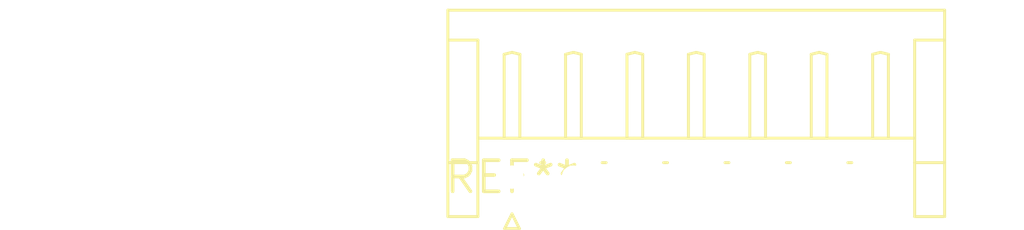
<source format=kicad_pcb>
(kicad_pcb (version 20240108) (generator pcbnew)
  (layers (0 "F.Cu" signal) (31 "B.Cu" signal) (34 "B.Paste" user) (35 "F.Paste" user) (36 "B.SilkS" user "B.Silkscreen") (37 "F.SilkS" user "F.Silkscreen") (38 "B.Mask" user) (39 "F.Mask" user) (44 "Edge.Cuts" user))
  (net 0 "")
  (footprint "JST_EH_S7B-EH_1x07_P2.50mm_Horizontal" (layer "F.Cu") (at 0 0)
    (property "Reference" "REF**")
    (property "Value" "JST_EH_S7B-EH_1x07_P2.50mm_Horizontal")
    (fp_line (start -2.61 -6.81) (end 17.61 -6.81) (layer "F.SilkS") (stroke (width 0.12)))
    (fp_line (start -2.61 -5.59) (end -1.39 -5.59) (layer "F.SilkS") (stroke (width 0.12)))
    (fp_line (start -2.61 1.61) (end -2.61 -6.81) (layer "F.SilkS") (stroke (width 0.12)))
    (fp_line (start -1.39 -5.59) (end -1.39 -0.59) (layer "F.SilkS") (stroke (width 0.12)))
    (fp_line (start -1.39 -1.59) (end 16.39 -1.59) (layer "F.SilkS") (stroke (width 0.12)))
    (fp_line (start -1.39 -0.59) (end -2.61 -0.59) (layer "F.SilkS") (stroke (width 0.12)))
    (fp_line (start -1.39 -0.59) (end -1.39 1.61) (layer "F.SilkS") (stroke (width 0.12)))
    (fp_line (start -1.39 1.61) (end -2.61 1.61) (layer "F.SilkS") (stroke (width 0.12)))
    (fp_line (start -0.32 -5.01) (end 0 -5.09) (layer "F.SilkS") (stroke (width 0.12)))
    (fp_line (start -0.32 -1.59) (end -0.32 -5.01) (layer "F.SilkS") (stroke (width 0.12)))
    (fp_line (start -0.3 2.1) (end 0.3 2.1) (layer "F.SilkS") (stroke (width 0.12)))
    (fp_line (start 0 -5.09) (end 0.32 -5.01) (layer "F.SilkS") (stroke (width 0.12)))
    (fp_line (start 0 -1.59) (end -0.32 -1.59) (layer "F.SilkS") (stroke (width 0.12)))
    (fp_line (start 0 1.5) (end -0.3 2.1) (layer "F.SilkS") (stroke (width 0.12)))
    (fp_line (start 0.3 2.1) (end 0 1.5) (layer "F.SilkS") (stroke (width 0.12)))
    (fp_line (start 0.32 -5.01) (end 0.32 -1.59) (layer "F.SilkS") (stroke (width 0.12)))
    (fp_line (start 0.32 -1.59) (end 0 -1.59) (layer "F.SilkS") (stroke (width 0.12)))
    (fp_line (start 1.17 -0.59) (end 1.33 -0.59) (layer "F.SilkS") (stroke (width 0.12)))
    (fp_line (start 2.18 -5.01) (end 2.5 -5.09) (layer "F.SilkS") (stroke (width 0.12)))
    (fp_line (start 2.18 -1.59) (end 2.18 -5.01) (layer "F.SilkS") (stroke (width 0.12)))
    (fp_line (start 2.5 -5.09) (end 2.82 -5.01) (layer "F.SilkS") (stroke (width 0.12)))
    (fp_line (start 2.5 -1.59) (end 2.18 -1.59) (layer "F.SilkS") (stroke (width 0.12)))
    (fp_line (start 2.82 -5.01) (end 2.82 -1.59) (layer "F.SilkS") (stroke (width 0.12)))
    (fp_line (start 2.82 -1.59) (end 2.5 -1.59) (layer "F.SilkS") (stroke (width 0.12)))
    (fp_line (start 3.67 -0.59) (end 3.83 -0.59) (layer "F.SilkS") (stroke (width 0.12)))
    (fp_line (start 4.68 -5.01) (end 5 -5.09) (layer "F.SilkS") (stroke (width 0.12)))
    (fp_line (start 4.68 -1.59) (end 4.68 -5.01) (layer "F.SilkS") (stroke (width 0.12)))
    (fp_line (start 5 -5.09) (end 5.32 -5.01) (layer "F.SilkS") (stroke (width 0.12)))
    (fp_line (start 5 -1.59) (end 4.68 -1.59) (layer "F.SilkS") (stroke (width 0.12)))
    (fp_line (start 5.32 -5.01) (end 5.32 -1.59) (layer "F.SilkS") (stroke (width 0.12)))
    (fp_line (start 5.32 -1.59) (end 5 -1.59) (layer "F.SilkS") (stroke (width 0.12)))
    (fp_line (start 6.17 -0.59) (end 6.33 -0.59) (layer "F.SilkS") (stroke (width 0.12)))
    (fp_line (start 7.18 -5.01) (end 7.5 -5.09) (layer "F.SilkS") (stroke (width 0.12)))
    (fp_line (start 7.18 -1.59) (end 7.18 -5.01) (layer "F.SilkS") (stroke (width 0.12)))
    (fp_line (start 7.5 -5.09) (end 7.82 -5.01) (layer "F.SilkS") (stroke (width 0.12)))
    (fp_line (start 7.5 -1.59) (end 7.18 -1.59) (layer "F.SilkS") (stroke (width 0.12)))
    (fp_line (start 7.82 -5.01) (end 7.82 -1.59) (layer "F.SilkS") (stroke (width 0.12)))
    (fp_line (start 7.82 -1.59) (end 7.5 -1.59) (layer "F.SilkS") (stroke (width 0.12)))
    (fp_line (start 8.67 -0.59) (end 8.83 -0.59) (layer "F.SilkS") (stroke (width 0.12)))
    (fp_line (start 9.68 -5.01) (end 10 -5.09) (layer "F.SilkS") (stroke (width 0.12)))
    (fp_line (start 9.68 -1.59) (end 9.68 -5.01) (layer "F.SilkS") (stroke (width 0.12)))
    (fp_line (start 10 -5.09) (end 10.32 -5.01) (layer "F.SilkS") (stroke (width 0.12)))
    (fp_line (start 10 -1.59) (end 9.68 -1.59) (layer "F.SilkS") (stroke (width 0.12)))
    (fp_line (start 10.32 -5.01) (end 10.32 -1.59) (layer "F.SilkS") (stroke (width 0.12)))
    (fp_line (start 10.32 -1.59) (end 10 -1.59) (layer "F.SilkS") (stroke (width 0.12)))
    (fp_line (start 11.17 -0.59) (end 11.33 -0.59) (layer "F.SilkS") (stroke (width 0.12)))
    (fp_line (start 12.18 -5.01) (end 12.5 -5.09) (layer "F.SilkS") (stroke (width 0.12)))
    (fp_line (start 12.18 -1.59) (end 12.18 -5.01) (layer "F.SilkS") (stroke (width 0.12)))
    (fp_line (start 12.5 -5.09) (end 12.82 -5.01) (layer "F.SilkS") (stroke (width 0.12)))
    (fp_line (start 12.5 -1.59) (end 12.18 -1.59) (layer "F.SilkS") (stroke (width 0.12)))
    (fp_line (start 12.82 -5.01) (end 12.82 -1.59) (layer "F.SilkS") (stroke (width 0.12)))
    (fp_line (start 12.82 -1.59) (end 12.5 -1.59) (layer "F.SilkS") (stroke (width 0.12)))
    (fp_line (start 13.67 -0.59) (end 13.83 -0.59) (layer "F.SilkS") (stroke (width 0.12)))
    (fp_line (start 14.68 -5.01) (end 15 -5.09) (layer "F.SilkS") (stroke (width 0.12)))
    (fp_line (start 14.68 -1.59) (end 14.68 -5.01) (layer "F.SilkS") (stroke (width 0.12)))
    (fp_line (start 15 -5.09) (end 15.32 -5.01) (layer "F.SilkS") (stroke (width 0.12)))
    (fp_line (start 15 -1.59) (end 14.68 -1.59) (layer "F.SilkS") (stroke (width 0.12)))
    (fp_line (start 15.32 -5.01) (end 15.32 -1.59) (layer "F.SilkS") (stroke (width 0.12)))
    (fp_line (start 15.32 -1.59) (end 15 -1.59) (layer "F.SilkS") (stroke (width 0.12)))
    (fp_line (start 16.39 -5.59) (end 16.39 -0.59) (layer "F.SilkS") (stroke (width 0.12)))
    (fp_line (start 16.39 -0.59) (end 17.61 -0.59) (layer "F.SilkS") (stroke (width 0.12)))
    (fp_line (start 16.39 1.61) (end 16.39 -0.59) (layer "F.SilkS") (stroke (width 0.12)))
    (fp_line (start 17.61 -6.81) (end 17.61 1.61) (layer "F.SilkS") (stroke (width 0.12)))
    (fp_line (start 17.61 -5.59) (end 16.39 -5.59) (layer "F.SilkS") (stroke (width 0.12)))
    (fp_line (start 17.61 1.61) (end 16.39 1.61) (layer "F.SilkS") (stroke (width 0.12)))
    (pad "1" thru_hole roundrect (at 0 0) (size 1.7 1.95) (drill 0.95) (layers *.Cu *.Mask) (remove_unused_layers) (roundrect_rratio 0.147059))
    (pad "2" thru_hole oval (at 2.5 0) (size 1.7 1.95) (drill 0.95) (layers *.Cu *.Mask) (remove_unused_layers))
    (pad "3" thru_hole oval (at 5 0) (size 1.7 1.95) (drill 0.95) (layers *.Cu *.Mask) (remove_unused_layers))
    (pad "4" thru_hole oval (at 7.5 0) (size 1.7 1.95) (drill 0.95) (layers *.Cu *.Mask) (remove_unused_layers))
    (pad "5" thru_hole oval (at 10 0) (size 1.7 1.95) (drill 0.95) (layers *.Cu *.Mask) (remove_unused_layers))
    (pad "6" thru_hole oval (at 12.5 0) (size 1.7 1.95) (drill 0.95) (layers *.Cu *.Mask) (remove_unused_layers))
    (pad "7" thru_hole oval (at 15 0) (size 1.7 1.95) (drill 0.95) (layers *.Cu *.Mask) (remove_unused_layers))
  )
)
</source>
